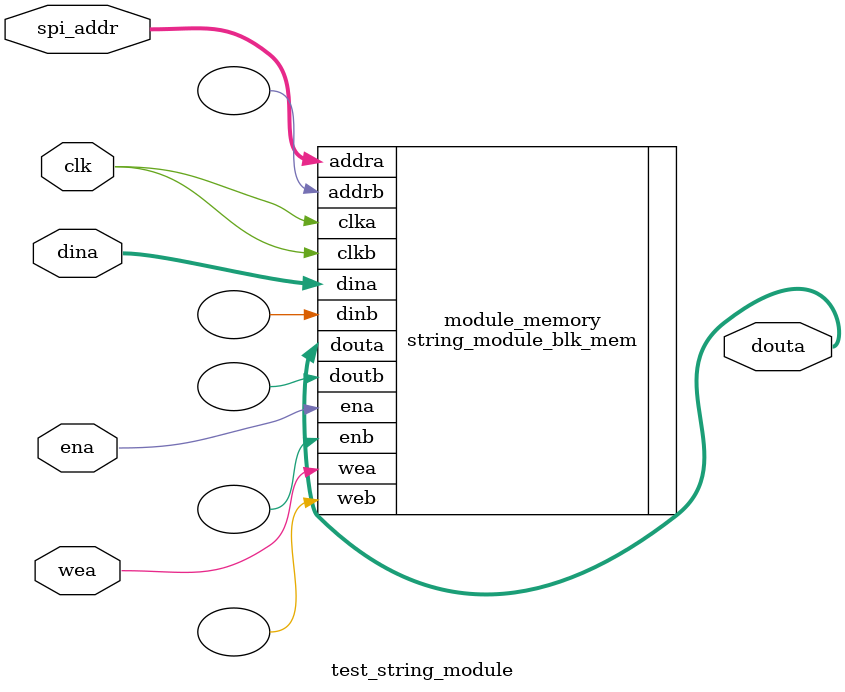
<source format=v>
`timescale 1ns / 1ps


module test_string_module
#(
    parameter AddrSize=8
)
(
    input wire clk,
    input wire ena,
    input wire [0:0] wea,
    input wire [(AddrSize-1):0] spi_addr,
    input wire [15:0] dina,
    output wire [15:0] douta
);
    

string_module_blk_mem
module_memory(
    .clka(clk),     //in
    .ena(ena),      //in
    .wea(wea),      //in[0:0]
    .addra(spi_addr),   //in[7:0]
    .dina(dina),        //in[15:0]
    .douta(douta),       //out[15:0]
    .clkb(clk),   //IN STD_LOGIC;
    .enb(),      //IN STD_LOGIC;
    .web(), //IN STD_LOGIC_VECTOR(0 DOWNTO 0);
    .addrb(),// IN STD_LOGIC_VECTOR(7 DOWNTO 0);
    .dinb(),// IN STD_LOGIC_VECTOR(15 DOWNTO 0);
    .doutb()// OUT STD_LOGIC_VECTOR(15 DOWNTO 0)
);




//string_module_blk_mem
//module_memory(
//    .clka(clk),     //in
//    .ena(dpr_enable_a_reg),      //in
//    .wea(string_module_write_enable_a_reg),      //in[0:0]
//    .addra(string_module_address),   //in[7:0]
//    .dina(dpr_data_in_a),        //in[15:0]
//    .douta(string_module_data_out),       //out[15:0]
//    .clkb(),   //IN STD_LOGIC;
//    .enb(),      //IN STD_LOGIC;
//    .web(), //IN STD_LOGIC_VECTOR(0 DOWNTO 0);
//    .addrb(),// IN STD_LOGIC_VECTOR(7 DOWNTO 0);
//    .dinb(),// IN STD_LOGIC_VECTOR(15 DOWNTO 0);
//    .doutb()// OUT STD_LOGIC_VECTOR(15 DOWNTO 0)
//);





endmodule

</source>
